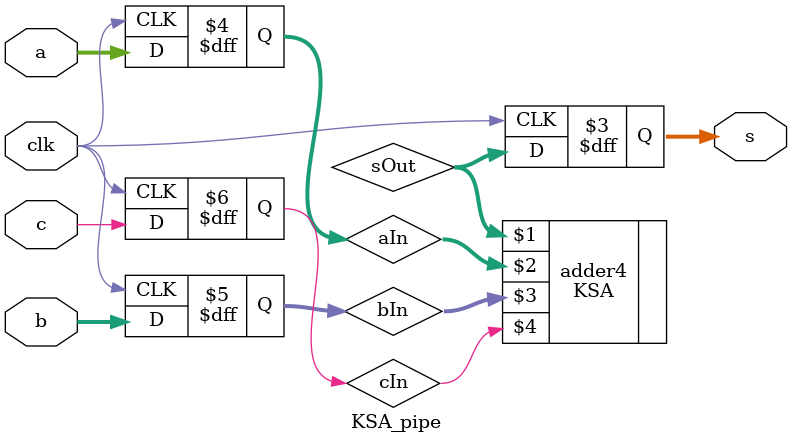
<source format=v>
module KSA_pipe(s, a, b, c, clk);
   parameter BITS = 64;
   parameter LEVELS = 6;
   
   // IO's
   input [BITS-1:0]	a;
   input [BITS-1:0] 	b;
   input 		c;
   
   input 		clk;
   
   output [BITS:0] 	s;
   
   // Wires:
   wire [BITS-1:0] aIn;
   wire [BITS-1:0] bIn;
   wire 	   cIn;
   
   wire [BITS:0]   sOut;
   
   // Input Buffers:
   always @ (posedge clk) begin
      aIn <= a;
      bIn <= b;
      cIn <= c;
   end
   
   // Adder:
   KSA #(.BITS(BITS), .LEVELS(LEVELS))adder4 (sOut, aIn, bIn, cIn);
   
   // Output Buffers:
   always @ (posedge clk) begin
      s <= sOut;
   end
   
endmodule

</source>
